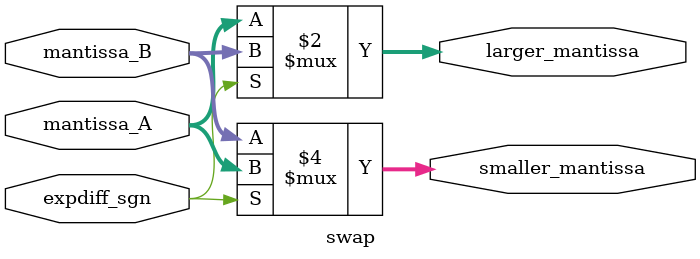
<source format=sv>

module swap
(
  input wire [22:0] mantissa_A,
  input wire [22:0] mantissa_B,
  input wire expdiff_sgn,
  output logic [22:0] larger_mantissa,
  output logic [22:0] smaller_mantissa
);

   assign larger_mantissa = (expdiff_sgn == 0)? mantissa_A : mantissa_B;
   assign smaller_mantissa = (expdiff_sgn == 0)? mantissa_B : mantissa_A;
   
 endmodule 
    
     
</source>
